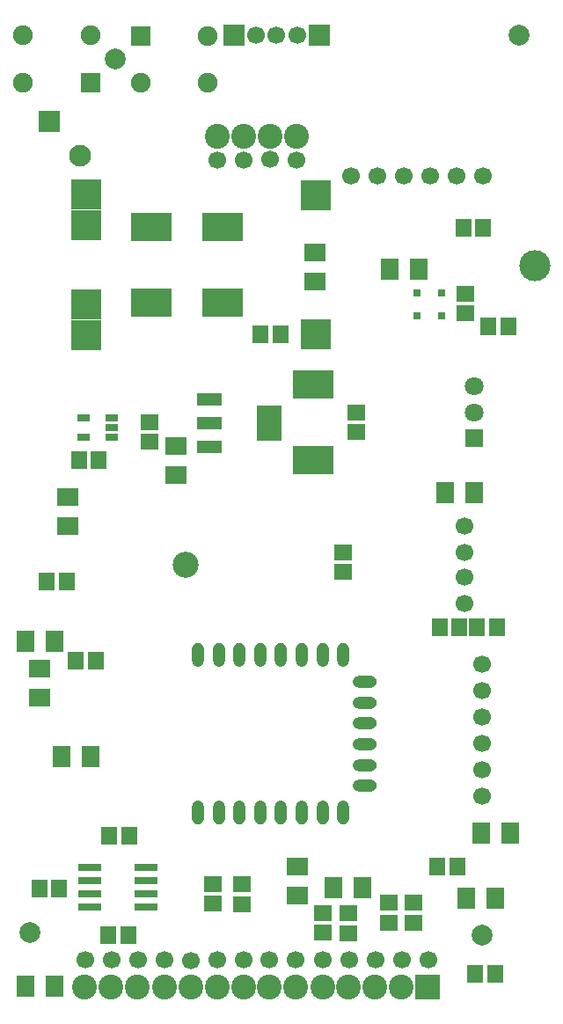
<source format=gbr>
G04 DipTrace 3.1.0.1*
G04 Íèæíÿÿìàñêà.gbr*
%MOMM*%
G04 #@! TF.FileFunction,Soldermask,Bot*
G04 #@! TF.Part,Single*
%AMOUTLINE0*
4,1,20,
-0.5705,-1.1405,
-0.53627,-1.33567,
-0.43733,-1.50733,
-0.28567,-1.63483,
-0.09957,-1.70273,
0.09857,-1.70293,
0.28483,-1.6353,
0.4367,-1.5081,
0.53593,-1.3366,
0.5705,-1.1415,
0.5705,-0.0005,
0.53627,0.19467,
0.43733,0.36633,
0.28567,0.49383,
0.09957,0.56173,
-0.09857,0.56193,
-0.28483,0.4943,
-0.4367,0.3671,
-0.53593,0.1956,
-0.5705,0.0005,
-0.5705,-1.1405,
0*%
%AMOUTLINE1*
4,1,20,
0.5705,1.1405,
0.53627,1.33567,
0.43733,1.50733,
0.28567,1.63483,
0.09957,1.70273,
-0.09857,1.70293,
-0.28483,1.6353,
-0.4367,1.5081,
-0.53593,1.3366,
-0.5705,1.1415,
-0.5705,0.0005,
-0.53627,-0.19467,
-0.43733,-0.36633,
-0.28567,-0.49383,
-0.09957,-0.56173,
0.09857,-0.56193,
0.28483,-0.4943,
0.4367,-0.3671,
0.53593,-0.1956,
0.5705,-0.0005,
0.5705,1.1405,
0*%
%AMOUTLINE2*
4,1,20,
1.1405,-0.5705,
1.33567,-0.53627,
1.50733,-0.43733,
1.63483,-0.28567,
1.70273,-0.09957,
1.70293,0.09857,
1.6353,0.28483,
1.5081,0.4367,
1.3366,0.53593,
1.1415,0.5705,
0.0005,0.5705,
-0.19467,0.53627,
-0.36633,0.43733,
-0.49383,0.28567,
-0.56173,0.09957,
-0.56193,-0.09857,
-0.4943,-0.28483,
-0.3671,-0.4367,
-0.1956,-0.53593,
-0.0005,-0.5705,
1.1405,-0.5705,
0*%
%ADD25R,1.9X1.9*%
%ADD28C,1.7*%
%ADD29C,1.9*%
%ADD34C,1.7*%
%ADD36R,1.8X1.8*%
%ADD38C,2.0*%
%ADD49C,2.5*%
%ADD58C,3.0*%
%ADD64C,1.8*%
%ADD67R,2.35X3.45*%
%ADD69R,2.35X1.15*%
%ADD71R,1.3X0.8*%
%ADD73R,2.9X2.9*%
%ADD77C,2.4*%
%ADD79R,2.4X2.4*%
%ADD80R,2.0X2.0*%
%ADD83R,2.2X0.8*%
%ADD85C,2.1*%
%ADD86R,2.1X2.1*%
%ADD87R,0.8X0.8*%
%ADD89R,1.8X2.0*%
%ADD91R,1.7X1.5*%
%ADD93R,4.01X2.74*%
%ADD95R,2.0X1.8*%
%ADD97R,1.5X1.7*%
%ADD101OUTLINE0*%
%ADD102OUTLINE1*%
%ADD103OUTLINE2*%
%FSLAX35Y35*%
G04*
G71*
G90*
G75*
G01*
G04 BotMask*
%LPD*%
D97*
X1919750Y6553373D3*
X2109750D3*
D95*
X4191750Y8277373D3*
Y8557373D3*
D93*
X2612750Y8801373D3*
X2614023Y8069220D3*
X3295750Y8801373D3*
X3297023Y8069220D3*
X4169750Y6553373D3*
X4168477Y7285527D3*
D91*
X4589750Y7013373D3*
Y6823373D3*
D97*
X5731750Y1610373D3*
X5921750D3*
D91*
X4460750Y5670373D3*
Y5480373D3*
D89*
X5720750Y6245373D3*
X5440750D3*
D97*
X5369750Y2643373D3*
X5559750D3*
D89*
X5925750Y2343373D3*
X5645750D3*
D87*
X5409750Y7947380D3*
Y8167380D3*
X5169750Y7947380D3*
Y8167380D3*
D38*
X6149750Y10648373D3*
X2270000Y10413873D3*
X5797750Y1987373D3*
X1443750Y2006373D3*
D58*
X6302750Y8426373D3*
D89*
X6069750Y2963373D3*
X5789750D3*
X1679750Y1494373D3*
X1399750D3*
D95*
X1539750Y4553373D3*
Y4273373D3*
X2849750Y6693373D3*
Y6413373D3*
D89*
X1679750Y4813373D3*
X1399750D3*
D86*
X1629750Y9813373D3*
D85*
X1929750Y9488373D3*
D28*
X3250750Y9444373D3*
X3504750Y9441373D3*
X3753750Y9449373D3*
X4008750Y9446373D3*
D3*
X5024750Y1744373D3*
X5276750Y1743373D3*
X4770750Y1744373D3*
X4514750D3*
X4267750D3*
X4002750D3*
X3749750D3*
X3500750D3*
X2993750Y1742373D3*
X3247750Y1744373D3*
X2739750D3*
X2483750D3*
X2229750D3*
X1974750D3*
D83*
X2020750Y2257373D3*
Y2384373D3*
Y2511373D3*
Y2638373D3*
X2560750D3*
Y2511373D3*
Y2384373D3*
Y2257373D3*
D91*
X4899750Y2293373D3*
Y2103373D3*
X4508750Y2191373D3*
Y2001373D3*
X4266750Y2195373D3*
Y2005373D3*
X3485750Y2473373D3*
Y2283373D3*
X3206750Y2476373D3*
Y2286373D3*
X5139750Y2293373D3*
Y2103373D3*
D97*
X5749750Y4943373D3*
X5939750D3*
X5579750D3*
X5389750D3*
D89*
X2029750Y3702373D3*
X1749750D3*
D97*
X6047377Y7840773D3*
X5857377D3*
X5809277Y8793173D3*
X5619277D3*
X2079750Y4623373D3*
X1889750D3*
D95*
X1809750Y5923373D3*
Y6203373D3*
D97*
X1799750Y5383373D3*
X1609750D3*
X3856750Y7768373D3*
X3666750D3*
X1728750Y2428373D3*
X1538750D3*
X2208750Y2936373D3*
X2398750D3*
X2202750Y1984373D3*
X2392750D3*
D95*
X4019750Y2647373D3*
Y2367373D3*
D89*
X4369750Y2438373D3*
X4649750D3*
D91*
X5634670Y8158240D3*
Y7968240D3*
D89*
X5184497Y8396340D3*
X4904497D3*
D25*
X2508123Y10636123D3*
D29*
Y10186123D3*
X3158123D3*
Y10636123D3*
D25*
X2031877Y10191623D3*
D29*
Y10641623D3*
X1381877D3*
Y10191623D3*
D34*
X3619750Y10643373D3*
X3819750D3*
X4019750D3*
D80*
X3409750D3*
X4229750D3*
D79*
X5275750Y1484373D3*
D77*
X5022623Y1483373D3*
X4768500Y1485373D3*
X4514500D3*
X4261500Y1484497D3*
X4006500D3*
X3752623Y1484500D3*
X3499750Y1484123D3*
X3246250D3*
X2737750Y1484250D3*
X2990873Y1484373D3*
X2481873Y1484497D3*
X2228250Y1484747D3*
X1974373Y1484497D3*
X4011750Y9673123D3*
X3757750D3*
X3503750D3*
X3249750D3*
D101*
X4461750Y3221373D3*
X4261750D3*
X4061750D3*
X3861750D3*
X3661750D3*
X3461750D3*
X3261750D3*
X3061750D3*
D102*
X4461750Y4621373D3*
X4261750D3*
X4061750D3*
X3861750D3*
X3661750D3*
X3461750D3*
X3261750D3*
X3061750D3*
D103*
X4611750Y3621373D3*
Y4421373D3*
Y3421373D3*
Y4021373D3*
Y3821373D3*
Y4221373D3*
D73*
X4198750Y9108373D3*
Y7768373D3*
X1983750Y7758373D3*
Y8058373D3*
Y8813373D3*
Y9113373D3*
D34*
X4539750Y9293373D3*
X4793750D3*
X5047750D3*
X5301750D3*
X5555750D3*
X5809750D3*
D71*
X2231503Y6962393D3*
Y6867393D3*
Y6772393D3*
X1961503D3*
Y6962393D3*
D69*
X3169750Y6683373D3*
Y6913373D3*
Y7143373D3*
D67*
X3749750Y6913373D3*
D34*
X5629750Y5173373D3*
Y5427373D3*
Y5665497D3*
Y5919497D3*
D49*
X2940973Y5548473D3*
D34*
X5799750Y3323373D3*
Y3577373D3*
Y3831373D3*
Y4085373D3*
Y4339373D3*
Y4593373D3*
D36*
X5719750Y6763373D3*
D64*
Y7013373D3*
Y7263373D3*
D91*
X2599750Y6733373D3*
Y6923373D3*
M02*

</source>
